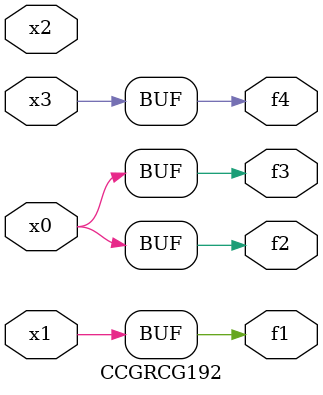
<source format=v>
module CCGRCG192(
	input x0, x1, x2, x3,
	output f1, f2, f3, f4
);
	assign f1 = x1;
	assign f2 = x0;
	assign f3 = x0;
	assign f4 = x3;
endmodule

</source>
